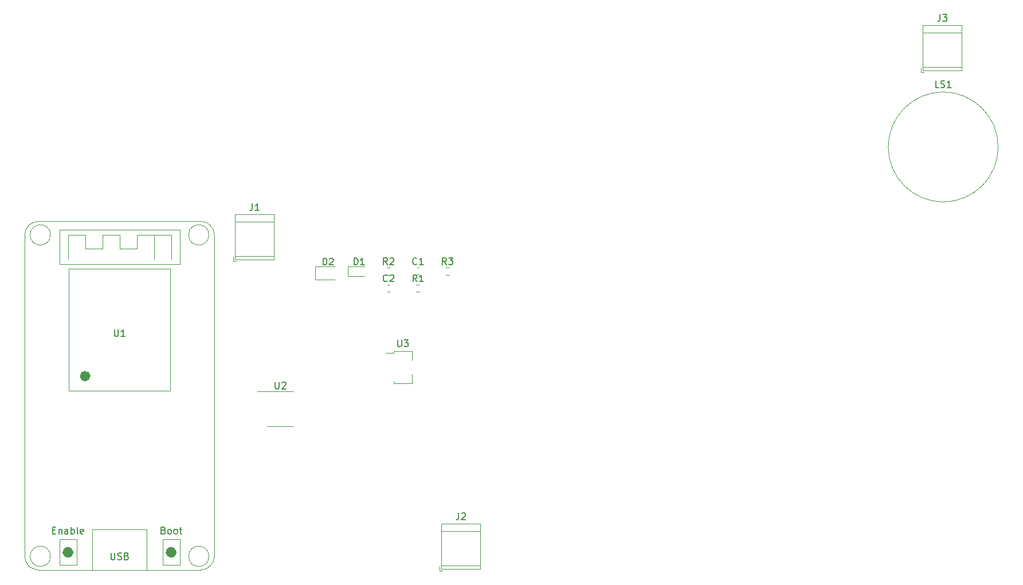
<source format=gbr>
%TF.GenerationSoftware,KiCad,Pcbnew,(6.0.11)*%
%TF.CreationDate,2023-03-07T15:10:14+01:00*%
%TF.ProjectId,ultrasonic speaker,756c7472-6173-46f6-9e69-632073706561,rev?*%
%TF.SameCoordinates,Original*%
%TF.FileFunction,Legend,Top*%
%TF.FilePolarity,Positive*%
%FSLAX46Y46*%
G04 Gerber Fmt 4.6, Leading zero omitted, Abs format (unit mm)*
G04 Created by KiCad (PCBNEW (6.0.11)) date 2023-03-07 15:10:14*
%MOMM*%
%LPD*%
G01*
G04 APERTURE LIST*
%ADD10C,0.150000*%
%ADD11C,0.120000*%
%ADD12C,0.800000*%
%ADD13C,1.000000*%
G04 APERTURE END LIST*
D10*
%TO.C,U2*%
X149098095Y-79872380D02*
X149098095Y-80681904D01*
X149145714Y-80777142D01*
X149193333Y-80824761D01*
X149288571Y-80872380D01*
X149479047Y-80872380D01*
X149574285Y-80824761D01*
X149621904Y-80777142D01*
X149669523Y-80681904D01*
X149669523Y-79872380D01*
X150098095Y-79967619D02*
X150145714Y-79920000D01*
X150240952Y-79872380D01*
X150479047Y-79872380D01*
X150574285Y-79920000D01*
X150621904Y-79967619D01*
X150669523Y-80062857D01*
X150669523Y-80158095D01*
X150621904Y-80300952D01*
X150050476Y-80872380D01*
X150669523Y-80872380D01*
%TO.C,LS1*%
X247137142Y-36342380D02*
X246660952Y-36342380D01*
X246660952Y-35342380D01*
X247422857Y-36294761D02*
X247565714Y-36342380D01*
X247803809Y-36342380D01*
X247899047Y-36294761D01*
X247946666Y-36247142D01*
X247994285Y-36151904D01*
X247994285Y-36056666D01*
X247946666Y-35961428D01*
X247899047Y-35913809D01*
X247803809Y-35866190D01*
X247613333Y-35818571D01*
X247518095Y-35770952D01*
X247470476Y-35723333D01*
X247422857Y-35628095D01*
X247422857Y-35532857D01*
X247470476Y-35437619D01*
X247518095Y-35390000D01*
X247613333Y-35342380D01*
X247851428Y-35342380D01*
X247994285Y-35390000D01*
X248946666Y-36342380D02*
X248375238Y-36342380D01*
X248660952Y-36342380D02*
X248660952Y-35342380D01*
X248565714Y-35485238D01*
X248470476Y-35580476D01*
X248375238Y-35628095D01*
%TO.C,J3*%
X247316666Y-25562380D02*
X247316666Y-26276666D01*
X247269047Y-26419523D01*
X247173809Y-26514761D01*
X247030952Y-26562380D01*
X246935714Y-26562380D01*
X247697619Y-25562380D02*
X248316666Y-25562380D01*
X247983333Y-25943333D01*
X248126190Y-25943333D01*
X248221428Y-25990952D01*
X248269047Y-26038571D01*
X248316666Y-26133809D01*
X248316666Y-26371904D01*
X248269047Y-26467142D01*
X248221428Y-26514761D01*
X248126190Y-26562380D01*
X247840476Y-26562380D01*
X247745238Y-26514761D01*
X247697619Y-26467142D01*
%TO.C,U3*%
X167178095Y-73652380D02*
X167178095Y-74461904D01*
X167225714Y-74557142D01*
X167273333Y-74604761D01*
X167368571Y-74652380D01*
X167559047Y-74652380D01*
X167654285Y-74604761D01*
X167701904Y-74557142D01*
X167749523Y-74461904D01*
X167749523Y-73652380D01*
X168130476Y-73652380D02*
X168749523Y-73652380D01*
X168416190Y-74033333D01*
X168559047Y-74033333D01*
X168654285Y-74080952D01*
X168701904Y-74128571D01*
X168749523Y-74223809D01*
X168749523Y-74461904D01*
X168701904Y-74557142D01*
X168654285Y-74604761D01*
X168559047Y-74652380D01*
X168273333Y-74652380D01*
X168178095Y-74604761D01*
X168130476Y-74557142D01*
%TO.C,U1*%
X125333622Y-72096309D02*
X125333622Y-72905833D01*
X125381241Y-73001071D01*
X125428860Y-73048690D01*
X125524098Y-73096309D01*
X125714574Y-73096309D01*
X125809812Y-73048690D01*
X125857431Y-73001071D01*
X125905050Y-72905833D01*
X125905050Y-72096309D01*
X126905050Y-73096309D02*
X126333622Y-73096309D01*
X126619336Y-73096309D02*
X126619336Y-72096309D01*
X126524098Y-72239167D01*
X126428860Y-72334405D01*
X126333622Y-72382024D01*
X124833622Y-105116309D02*
X124833622Y-105925833D01*
X124881241Y-106021071D01*
X124928860Y-106068690D01*
X125024098Y-106116309D01*
X125214574Y-106116309D01*
X125309812Y-106068690D01*
X125357431Y-106021071D01*
X125405050Y-105925833D01*
X125405050Y-105116309D01*
X125833622Y-106068690D02*
X125976479Y-106116309D01*
X126214574Y-106116309D01*
X126309812Y-106068690D01*
X126357431Y-106021071D01*
X126405050Y-105925833D01*
X126405050Y-105830595D01*
X126357431Y-105735357D01*
X126309812Y-105687738D01*
X126214574Y-105640119D01*
X126024098Y-105592500D01*
X125928860Y-105544881D01*
X125881241Y-105497262D01*
X125833622Y-105402024D01*
X125833622Y-105306786D01*
X125881241Y-105211548D01*
X125928860Y-105163929D01*
X126024098Y-105116309D01*
X126262193Y-105116309D01*
X126405050Y-105163929D01*
X127166955Y-105592500D02*
X127309812Y-105640119D01*
X127357431Y-105687738D01*
X127405050Y-105782976D01*
X127405050Y-105925833D01*
X127357431Y-106021071D01*
X127309812Y-106068690D01*
X127214574Y-106116309D01*
X126833622Y-106116309D01*
X126833622Y-105116309D01*
X127166955Y-105116309D01*
X127262193Y-105163929D01*
X127309812Y-105211548D01*
X127357431Y-105306786D01*
X127357431Y-105402024D01*
X127309812Y-105497262D01*
X127262193Y-105544881D01*
X127166955Y-105592500D01*
X126833622Y-105592500D01*
X132596479Y-101782500D02*
X132739336Y-101830119D01*
X132786955Y-101877738D01*
X132834574Y-101972976D01*
X132834574Y-102115833D01*
X132786955Y-102211071D01*
X132739336Y-102258690D01*
X132644098Y-102306309D01*
X132263146Y-102306309D01*
X132263146Y-101306309D01*
X132596479Y-101306309D01*
X132691717Y-101353929D01*
X132739336Y-101401548D01*
X132786955Y-101496786D01*
X132786955Y-101592024D01*
X132739336Y-101687262D01*
X132691717Y-101734881D01*
X132596479Y-101782500D01*
X132263146Y-101782500D01*
X133406003Y-102306309D02*
X133310765Y-102258690D01*
X133263146Y-102211071D01*
X133215527Y-102115833D01*
X133215527Y-101830119D01*
X133263146Y-101734881D01*
X133310765Y-101687262D01*
X133406003Y-101639643D01*
X133548860Y-101639643D01*
X133644098Y-101687262D01*
X133691717Y-101734881D01*
X133739336Y-101830119D01*
X133739336Y-102115833D01*
X133691717Y-102211071D01*
X133644098Y-102258690D01*
X133548860Y-102306309D01*
X133406003Y-102306309D01*
X134310765Y-102306309D02*
X134215527Y-102258690D01*
X134167907Y-102211071D01*
X134120288Y-102115833D01*
X134120288Y-101830119D01*
X134167907Y-101734881D01*
X134215527Y-101687262D01*
X134310765Y-101639643D01*
X134453622Y-101639643D01*
X134548860Y-101687262D01*
X134596479Y-101734881D01*
X134644098Y-101830119D01*
X134644098Y-102115833D01*
X134596479Y-102211071D01*
X134548860Y-102258690D01*
X134453622Y-102306309D01*
X134310765Y-102306309D01*
X134929812Y-101639643D02*
X135310765Y-101639643D01*
X135072669Y-101306309D02*
X135072669Y-102163452D01*
X135120288Y-102258690D01*
X135215527Y-102306309D01*
X135310765Y-102306309D01*
X116213622Y-101782500D02*
X116546955Y-101782500D01*
X116689812Y-102306309D02*
X116213622Y-102306309D01*
X116213622Y-101306309D01*
X116689812Y-101306309D01*
X117118384Y-101639643D02*
X117118384Y-102306309D01*
X117118384Y-101734881D02*
X117166003Y-101687262D01*
X117261241Y-101639643D01*
X117404098Y-101639643D01*
X117499336Y-101687262D01*
X117546955Y-101782500D01*
X117546955Y-102306309D01*
X118451717Y-102306309D02*
X118451717Y-101782500D01*
X118404098Y-101687262D01*
X118308860Y-101639643D01*
X118118384Y-101639643D01*
X118023146Y-101687262D01*
X118451717Y-102258690D02*
X118356479Y-102306309D01*
X118118384Y-102306309D01*
X118023146Y-102258690D01*
X117975527Y-102163452D01*
X117975527Y-102068214D01*
X118023146Y-101972976D01*
X118118384Y-101925357D01*
X118356479Y-101925357D01*
X118451717Y-101877738D01*
X118927907Y-102306309D02*
X118927907Y-101306309D01*
X118927907Y-101687262D02*
X119023146Y-101639643D01*
X119213622Y-101639643D01*
X119308860Y-101687262D01*
X119356479Y-101734881D01*
X119404098Y-101830119D01*
X119404098Y-102115833D01*
X119356479Y-102211071D01*
X119308860Y-102258690D01*
X119213622Y-102306309D01*
X119023146Y-102306309D01*
X118927907Y-102258690D01*
X119975527Y-102306309D02*
X119880288Y-102258690D01*
X119832669Y-102163452D01*
X119832669Y-101306309D01*
X120737431Y-102258690D02*
X120642193Y-102306309D01*
X120451717Y-102306309D01*
X120356479Y-102258690D01*
X120308860Y-102163452D01*
X120308860Y-101782500D01*
X120356479Y-101687262D01*
X120451717Y-101639643D01*
X120642193Y-101639643D01*
X120737431Y-101687262D01*
X120785050Y-101782500D01*
X120785050Y-101877738D01*
X120308860Y-101972976D01*
%TO.C,R3*%
X174363333Y-62522380D02*
X174030000Y-62046190D01*
X173791904Y-62522380D02*
X173791904Y-61522380D01*
X174172857Y-61522380D01*
X174268095Y-61570000D01*
X174315714Y-61617619D01*
X174363333Y-61712857D01*
X174363333Y-61855714D01*
X174315714Y-61950952D01*
X174268095Y-61998571D01*
X174172857Y-62046190D01*
X173791904Y-62046190D01*
X174696666Y-61522380D02*
X175315714Y-61522380D01*
X174982380Y-61903333D01*
X175125238Y-61903333D01*
X175220476Y-61950952D01*
X175268095Y-61998571D01*
X175315714Y-62093809D01*
X175315714Y-62331904D01*
X175268095Y-62427142D01*
X175220476Y-62474761D01*
X175125238Y-62522380D01*
X174839523Y-62522380D01*
X174744285Y-62474761D01*
X174696666Y-62427142D01*
%TO.C,R2*%
X165663333Y-62522380D02*
X165330000Y-62046190D01*
X165091904Y-62522380D02*
X165091904Y-61522380D01*
X165472857Y-61522380D01*
X165568095Y-61570000D01*
X165615714Y-61617619D01*
X165663333Y-61712857D01*
X165663333Y-61855714D01*
X165615714Y-61950952D01*
X165568095Y-61998571D01*
X165472857Y-62046190D01*
X165091904Y-62046190D01*
X166044285Y-61617619D02*
X166091904Y-61570000D01*
X166187142Y-61522380D01*
X166425238Y-61522380D01*
X166520476Y-61570000D01*
X166568095Y-61617619D01*
X166615714Y-61712857D01*
X166615714Y-61808095D01*
X166568095Y-61950952D01*
X165996666Y-62522380D01*
X166615714Y-62522380D01*
%TO.C,R1*%
X170013333Y-65032380D02*
X169680000Y-64556190D01*
X169441904Y-65032380D02*
X169441904Y-64032380D01*
X169822857Y-64032380D01*
X169918095Y-64080000D01*
X169965714Y-64127619D01*
X170013333Y-64222857D01*
X170013333Y-64365714D01*
X169965714Y-64460952D01*
X169918095Y-64508571D01*
X169822857Y-64556190D01*
X169441904Y-64556190D01*
X170965714Y-65032380D02*
X170394285Y-65032380D01*
X170680000Y-65032380D02*
X170680000Y-64032380D01*
X170584761Y-64175238D01*
X170489523Y-64270476D01*
X170394285Y-64318095D01*
%TO.C,J2*%
X176196666Y-99222380D02*
X176196666Y-99936666D01*
X176149047Y-100079523D01*
X176053809Y-100174761D01*
X175910952Y-100222380D01*
X175815714Y-100222380D01*
X176625238Y-99317619D02*
X176672857Y-99270000D01*
X176768095Y-99222380D01*
X177006190Y-99222380D01*
X177101428Y-99270000D01*
X177149047Y-99317619D01*
X177196666Y-99412857D01*
X177196666Y-99508095D01*
X177149047Y-99650952D01*
X176577619Y-100222380D01*
X177196666Y-100222380D01*
%TO.C,J1*%
X145716666Y-53502380D02*
X145716666Y-54216666D01*
X145669047Y-54359523D01*
X145573809Y-54454761D01*
X145430952Y-54502380D01*
X145335714Y-54502380D01*
X146716666Y-54502380D02*
X146145238Y-54502380D01*
X146430952Y-54502380D02*
X146430952Y-53502380D01*
X146335714Y-53645238D01*
X146240476Y-53740476D01*
X146145238Y-53788095D01*
%TO.C,D2*%
X156156904Y-62567380D02*
X156156904Y-61567380D01*
X156395000Y-61567380D01*
X156537857Y-61615000D01*
X156633095Y-61710238D01*
X156680714Y-61805476D01*
X156728333Y-61995952D01*
X156728333Y-62138809D01*
X156680714Y-62329285D01*
X156633095Y-62424523D01*
X156537857Y-62519761D01*
X156395000Y-62567380D01*
X156156904Y-62567380D01*
X157109285Y-61662619D02*
X157156904Y-61615000D01*
X157252142Y-61567380D01*
X157490238Y-61567380D01*
X157585476Y-61615000D01*
X157633095Y-61662619D01*
X157680714Y-61757857D01*
X157680714Y-61853095D01*
X157633095Y-61995952D01*
X157061666Y-62567380D01*
X157680714Y-62567380D01*
%TO.C,D1*%
X160746904Y-62562380D02*
X160746904Y-61562380D01*
X160985000Y-61562380D01*
X161127857Y-61610000D01*
X161223095Y-61705238D01*
X161270714Y-61800476D01*
X161318333Y-61990952D01*
X161318333Y-62133809D01*
X161270714Y-62324285D01*
X161223095Y-62419523D01*
X161127857Y-62514761D01*
X160985000Y-62562380D01*
X160746904Y-62562380D01*
X162270714Y-62562380D02*
X161699285Y-62562380D01*
X161985000Y-62562380D02*
X161985000Y-61562380D01*
X161889761Y-61705238D01*
X161794523Y-61800476D01*
X161699285Y-61848095D01*
%TO.C,C2*%
X165663333Y-64937142D02*
X165615714Y-64984761D01*
X165472857Y-65032380D01*
X165377619Y-65032380D01*
X165234761Y-64984761D01*
X165139523Y-64889523D01*
X165091904Y-64794285D01*
X165044285Y-64603809D01*
X165044285Y-64460952D01*
X165091904Y-64270476D01*
X165139523Y-64175238D01*
X165234761Y-64080000D01*
X165377619Y-64032380D01*
X165472857Y-64032380D01*
X165615714Y-64080000D01*
X165663333Y-64127619D01*
X166044285Y-64127619D02*
X166091904Y-64080000D01*
X166187142Y-64032380D01*
X166425238Y-64032380D01*
X166520476Y-64080000D01*
X166568095Y-64127619D01*
X166615714Y-64222857D01*
X166615714Y-64318095D01*
X166568095Y-64460952D01*
X165996666Y-65032380D01*
X166615714Y-65032380D01*
%TO.C,C1*%
X170013333Y-62427142D02*
X169965714Y-62474761D01*
X169822857Y-62522380D01*
X169727619Y-62522380D01*
X169584761Y-62474761D01*
X169489523Y-62379523D01*
X169441904Y-62284285D01*
X169394285Y-62093809D01*
X169394285Y-61950952D01*
X169441904Y-61760476D01*
X169489523Y-61665238D01*
X169584761Y-61570000D01*
X169727619Y-61522380D01*
X169822857Y-61522380D01*
X169965714Y-61570000D01*
X170013333Y-61617619D01*
X170965714Y-62522380D02*
X170394285Y-62522380D01*
X170680000Y-62522380D02*
X170680000Y-61522380D01*
X170584761Y-61665238D01*
X170489523Y-61760476D01*
X170394285Y-61808095D01*
D11*
%TO.C,U2*%
X149860000Y-81260000D02*
X151810000Y-81260000D01*
X149860000Y-81260000D02*
X146410000Y-81260000D01*
X149860000Y-86380000D02*
X147910000Y-86380000D01*
X149860000Y-86380000D02*
X151810000Y-86380000D01*
%TO.C,LS1*%
X255900000Y-45140000D02*
G75*
G03*
X255900000Y-45140000I-8120000J0D01*
G01*
%TO.C,J3*%
X250540000Y-27110000D02*
X250540000Y-33850000D01*
X244760000Y-33330000D02*
X250540000Y-33330000D01*
X244760000Y-27110000D02*
X250540000Y-27110000D01*
X244520000Y-33450000D02*
X244520000Y-34090000D01*
X244760000Y-27110000D02*
X244760000Y-33850000D01*
X244760000Y-28230000D02*
X250540000Y-28230000D01*
X244760000Y-33850000D02*
X250540000Y-33850000D01*
X244520000Y-34090000D02*
X244920000Y-34090000D01*
%TO.C,U3*%
X169300000Y-75340000D02*
X169300000Y-76650000D01*
X166580000Y-75340000D02*
X169300000Y-75340000D01*
X166580000Y-75340000D02*
X166580000Y-75570000D01*
X169300000Y-78750000D02*
X169300000Y-80060000D01*
X165440000Y-75570000D02*
X166580000Y-75570000D01*
X166580000Y-80060000D02*
X166580000Y-79830000D01*
X169300000Y-80060000D02*
X166580000Y-80060000D01*
%TO.C,U1*%
X115895527Y-58133929D02*
G75*
G03*
X115895527Y-58133929I-1500000J0D01*
G01*
X139295527Y-58133929D02*
G75*
G03*
X139295527Y-58133929I-1500000J0D01*
G01*
X140095527Y-105633929D02*
X140095527Y-58133929D01*
X112095527Y-58133929D02*
X112095527Y-105633929D01*
X114095527Y-107633929D02*
X138095527Y-107633929D01*
X114095527Y-56133929D02*
X138095527Y-56133929D01*
X115895527Y-105633929D02*
G75*
G03*
X115895527Y-105633929I-1500000J0D01*
G01*
X139295527Y-105633929D02*
G75*
G03*
X139295527Y-105633929I-1500000J0D01*
G01*
X122095527Y-101633929D02*
X122095527Y-107633929D01*
X130095527Y-101633929D02*
X130095527Y-107633929D01*
X122095527Y-101633929D02*
X130095527Y-101633929D01*
X117205527Y-57403929D02*
X134985527Y-57403929D01*
X134985527Y-57403929D02*
X134985527Y-62483929D01*
X134985527Y-62483929D02*
X117205527Y-62483929D01*
X117205527Y-62483929D02*
X117205527Y-57403929D01*
X118475527Y-61721929D02*
X118475527Y-58165929D01*
X118475527Y-58165929D02*
X121015527Y-58165929D01*
X121015527Y-58165929D02*
X121015527Y-60197929D01*
X121015527Y-60197929D02*
X123555527Y-60197929D01*
X123555527Y-60197929D02*
X123555527Y-58165929D01*
X123555527Y-58165929D02*
X126095527Y-58165929D01*
X126095527Y-58165929D02*
X126095527Y-60197929D01*
X126095527Y-60197929D02*
X128635527Y-60197929D01*
X128635527Y-60197929D02*
X128635527Y-58165929D01*
X128635527Y-58165929D02*
X133715527Y-58165929D01*
X133715527Y-58165929D02*
X133715527Y-61721929D01*
X131175527Y-58165929D02*
X131175527Y-61721929D01*
X118595527Y-63133929D02*
X133595527Y-63133929D01*
X133595527Y-63133929D02*
X133595527Y-81133929D01*
X133595527Y-81133929D02*
X118595527Y-81133929D01*
X118595527Y-81133929D02*
X118595527Y-63133929D01*
D12*
X121415527Y-78993929D02*
G75*
G03*
X121415527Y-78993929I-400000J0D01*
G01*
D11*
X132445527Y-103123929D02*
X134985527Y-103123929D01*
X134985527Y-103123929D02*
X134985527Y-106933929D01*
X134985527Y-106933929D02*
X132445527Y-106933929D01*
X132445527Y-106933929D02*
X132445527Y-103123929D01*
X119745527Y-106933929D02*
X117205527Y-106933929D01*
X117205527Y-106933929D02*
X117205527Y-103123929D01*
X117205527Y-103123929D02*
X119745527Y-103123929D01*
X119745527Y-103123929D02*
X119745527Y-106933929D01*
D13*
X118775527Y-105028929D02*
G75*
G03*
X118775527Y-105028929I-300000J0D01*
G01*
X134015527Y-105028929D02*
G75*
G03*
X134015527Y-105028929I-300000J0D01*
G01*
D11*
X140095527Y-58133929D02*
G75*
G03*
X138095527Y-56133929I-2000000J0D01*
G01*
X114095527Y-56133929D02*
G75*
G03*
X112095527Y-58133929I0J-2000000D01*
G01*
X112095527Y-105633929D02*
G75*
G03*
X114095527Y-107633929I2000000J0D01*
G01*
X138095527Y-107633929D02*
G75*
G03*
X140095527Y-105633929I0J2000000D01*
G01*
%TO.C,R3*%
X174275276Y-64022500D02*
X174784724Y-64022500D01*
X174275276Y-62977500D02*
X174784724Y-62977500D01*
%TO.C,R2*%
X165575276Y-62977500D02*
X166084724Y-62977500D01*
X165575276Y-64022500D02*
X166084724Y-64022500D01*
%TO.C,R1*%
X169925276Y-65487500D02*
X170434724Y-65487500D01*
X169925276Y-66532500D02*
X170434724Y-66532500D01*
%TO.C,J2*%
X179420000Y-100770000D02*
X179420000Y-107510000D01*
X173640000Y-106990000D02*
X179420000Y-106990000D01*
X173640000Y-100770000D02*
X179420000Y-100770000D01*
X173400000Y-107110000D02*
X173400000Y-107750000D01*
X173640000Y-100770000D02*
X173640000Y-107510000D01*
X173640000Y-101890000D02*
X179420000Y-101890000D01*
X173640000Y-107510000D02*
X179420000Y-107510000D01*
X173400000Y-107750000D02*
X173800000Y-107750000D01*
%TO.C,J1*%
X148940000Y-55050000D02*
X148940000Y-61790000D01*
X143160000Y-61270000D02*
X148940000Y-61270000D01*
X143160000Y-55050000D02*
X148940000Y-55050000D01*
X142920000Y-61390000D02*
X142920000Y-62030000D01*
X143160000Y-55050000D02*
X143160000Y-61790000D01*
X143160000Y-56170000D02*
X148940000Y-56170000D01*
X143160000Y-61790000D02*
X148940000Y-61790000D01*
X142920000Y-62030000D02*
X143320000Y-62030000D01*
%TO.C,D2*%
X155035000Y-64725000D02*
X157895000Y-64725000D01*
X157895000Y-62805000D02*
X155035000Y-62805000D01*
X155035000Y-62805000D02*
X155035000Y-64725000D01*
%TO.C,D1*%
X162285000Y-62805000D02*
X159825000Y-62805000D01*
X159825000Y-62805000D02*
X159825000Y-64275000D01*
X159825000Y-64275000D02*
X162285000Y-64275000D01*
%TO.C,C2*%
X165683733Y-65500000D02*
X165976267Y-65500000D01*
X165683733Y-66520000D02*
X165976267Y-66520000D01*
%TO.C,C1*%
X170033733Y-62990000D02*
X170326267Y-62990000D01*
X170033733Y-64010000D02*
X170326267Y-64010000D01*
%TD*%
M02*

</source>
